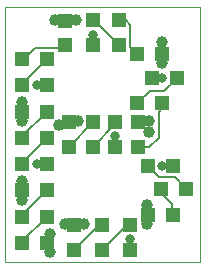
<source format=gtl>
G75*
%MOIN*%
%OFA0B0*%
%FSLAX24Y24*%
%IPPOS*%
%LPD*%
%AMOC8*
5,1,8,0,0,1.08239X$1,22.5*
%
%ADD10C,0.0000*%
%ADD11R,0.0472X0.0472*%
%ADD12C,0.0397*%
%ADD13C,0.0060*%
%ADD14C,0.0317*%
D10*
X002392Y002517D02*
X002392Y011017D01*
X008892Y011017D01*
X008892Y002517D01*
X002392Y002517D01*
D11*
X002978Y003142D03*
X003805Y003142D03*
X003805Y004017D03*
X002978Y004017D03*
X002978Y004892D03*
X003805Y004892D03*
X003805Y005767D03*
X002978Y005767D03*
X002978Y006642D03*
X003805Y006642D03*
X004517Y006353D03*
X005329Y006353D03*
X006079Y006353D03*
X006829Y006353D03*
X007166Y005704D03*
X007993Y005704D03*
X007603Y004954D03*
X007993Y004079D03*
X007166Y004079D03*
X006579Y003743D03*
X006579Y002916D03*
X005642Y002916D03*
X005642Y003743D03*
X004704Y003743D03*
X004704Y002916D03*
X008430Y004954D03*
X006829Y007180D03*
X006806Y007793D03*
X006079Y007180D03*
X005329Y007180D03*
X004517Y007180D03*
X003805Y007517D03*
X002978Y007517D03*
X002978Y008392D03*
X003805Y008392D03*
X003805Y009267D03*
X004410Y009721D03*
X004410Y010547D03*
X005329Y010555D03*
X005329Y009728D03*
X006204Y009728D03*
X006791Y009454D03*
X007291Y008642D03*
X008118Y008642D03*
X007618Y009454D03*
X006204Y010555D03*
X007633Y007793D03*
X002978Y009267D03*
D12*
X004079Y010579D03*
X004767Y010579D03*
X002954Y007829D03*
X002954Y007204D03*
X004204Y007079D03*
X004829Y007204D03*
X002954Y005204D03*
X002954Y004579D03*
X003892Y003454D03*
X004392Y003767D03*
X005017Y003767D03*
X003892Y002829D03*
X007142Y003767D03*
X007142Y004392D03*
X007204Y006829D03*
X007204Y007204D03*
X007642Y009142D03*
X007642Y009829D03*
D13*
X007642Y009478D01*
X007618Y009454D01*
X007642Y009430D01*
X007642Y009142D01*
X007642Y008642D02*
X007291Y008642D01*
X007218Y008204D02*
X006806Y007793D01*
X007218Y008204D02*
X007704Y008204D01*
X008118Y008618D01*
X008118Y008642D01*
X007633Y007793D02*
X007633Y007633D01*
X007517Y007517D01*
X007517Y006642D01*
X007204Y006329D01*
X006853Y006329D01*
X006829Y006353D01*
X007204Y006829D02*
X007204Y007204D01*
X006853Y007204D01*
X006829Y007180D01*
X006079Y007180D02*
X006079Y007103D01*
X005329Y006353D01*
X006079Y006353D02*
X006079Y006704D01*
X005329Y007166D02*
X004517Y006353D01*
X004416Y007079D02*
X004204Y007079D01*
X004416Y007079D02*
X004517Y007180D01*
X004541Y007204D01*
X004829Y007204D01*
X005329Y007180D02*
X005329Y007166D01*
X003805Y007517D02*
X002978Y006690D01*
X002978Y006642D01*
X002954Y007204D02*
X002954Y007493D01*
X002978Y007517D01*
X002954Y007541D01*
X002954Y007829D01*
X002978Y008392D02*
X002978Y008440D01*
X003805Y009267D01*
X003392Y009642D02*
X004331Y009642D01*
X004410Y009721D01*
X004410Y010547D02*
X004442Y010579D01*
X004767Y010579D01*
X004410Y010547D02*
X004378Y010579D01*
X004079Y010579D01*
X003392Y009642D02*
X003017Y009267D01*
X002978Y009267D01*
X003454Y008392D02*
X003805Y008392D01*
X005329Y009728D02*
X005329Y010079D01*
X005329Y010555D02*
X005377Y010555D01*
X006204Y009728D01*
X006579Y009666D02*
X006791Y009454D01*
X006579Y009666D02*
X006579Y010392D01*
X006416Y010555D01*
X006204Y010555D01*
X003805Y006642D02*
X002978Y005815D01*
X002978Y005767D01*
X003454Y005767D02*
X003805Y005767D01*
X003805Y004892D02*
X002978Y004065D01*
X002978Y004017D01*
X002954Y004579D02*
X002954Y004868D01*
X002978Y004892D01*
X002954Y004916D01*
X002954Y005204D01*
X003805Y004017D02*
X002978Y003190D01*
X002978Y003142D01*
X003805Y003142D02*
X003892Y003228D01*
X003892Y003454D01*
X003805Y003142D02*
X003892Y003055D01*
X003892Y002829D01*
X004704Y002916D02*
X005531Y003743D01*
X005642Y003743D01*
X005017Y003767D02*
X004728Y003767D01*
X004704Y003743D01*
X004680Y003767D01*
X004392Y003767D01*
X005642Y002916D02*
X006468Y003743D01*
X006579Y003743D01*
X006579Y003267D02*
X006579Y002916D01*
X007142Y003767D02*
X007142Y004055D01*
X007166Y004079D01*
X007142Y004103D01*
X007142Y004392D01*
X007603Y004805D02*
X007954Y004454D01*
X007954Y004118D01*
X007993Y004079D01*
X007603Y004805D02*
X007603Y004954D01*
X007517Y005329D02*
X008055Y005329D01*
X008430Y004954D01*
X007993Y005704D02*
X007642Y005704D01*
X007517Y005329D02*
X007166Y005680D01*
X007166Y005704D01*
D14*
X007642Y005704D03*
X006079Y006704D03*
X007642Y008642D03*
X005329Y010079D03*
X003454Y008392D03*
X003454Y005767D03*
X006579Y003267D03*
M02*

</source>
